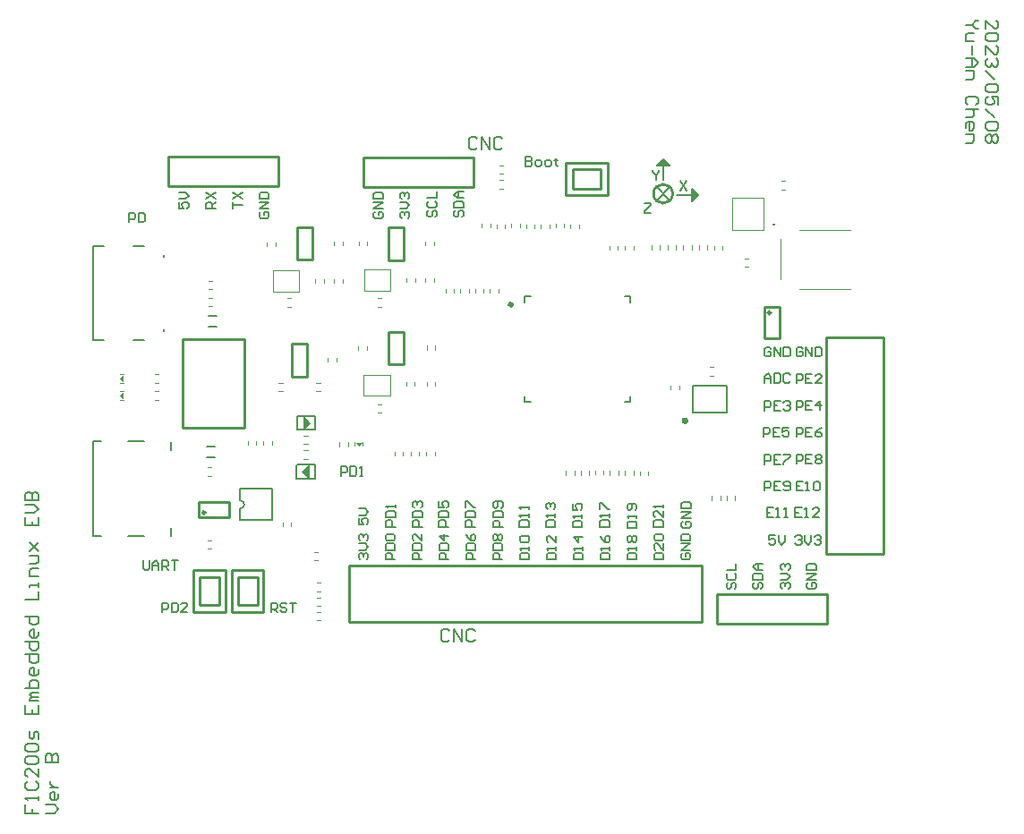
<source format=gto>
G04 Layer_Color=65535*
%FSLAX44Y44*%
%MOMM*%
G71*
G01*
G75*
%ADD38C,0.2000*%
%ADD41C,0.2540*%
%ADD45C,0.4000*%
%ADD46C,0.2500*%
%ADD91C,0.1000*%
%ADD92C,0.1500*%
%ADD93C,0.1800*%
G36*
X357000Y473476D02*
X354460Y476016D01*
X359540D01*
X357000Y473476D01*
D02*
G37*
G36*
X309540Y442500D02*
X303040Y449000D01*
X309540Y455500D01*
Y442500D01*
D02*
G37*
G36*
X310960Y495000D02*
X304460Y488500D01*
Y501500D01*
X310960Y495000D01*
D02*
G37*
G36*
X134016Y534460D02*
X131476Y537000D01*
X134016Y539540D01*
Y534460D01*
D02*
G37*
G36*
Y518460D02*
X131476Y521000D01*
X134016Y523540D01*
Y518460D01*
D02*
G37*
D38*
X950195Y868003D02*
Y876000D01*
X958193Y868003D01*
X960192D01*
X962191Y870002D01*
Y874001D01*
X960192Y876000D01*
Y864004D02*
X962191Y862004D01*
Y858006D01*
X960192Y856006D01*
X952195D01*
X950195Y858006D01*
Y862004D01*
X952195Y864004D01*
X960192D01*
X950195Y844010D02*
Y852008D01*
X958193Y844010D01*
X960192D01*
X962191Y846010D01*
Y850008D01*
X960192Y852008D01*
Y840012D02*
X962191Y838012D01*
Y834014D01*
X960192Y832014D01*
X958193D01*
X956193Y834014D01*
Y836013D01*
Y834014D01*
X954194Y832014D01*
X952195D01*
X950195Y834014D01*
Y838012D01*
X952195Y840012D01*
X950195Y828016D02*
X958193Y820018D01*
X960192Y816019D02*
X962191Y814020D01*
Y810021D01*
X960192Y808022D01*
X952195D01*
X950195Y810021D01*
Y814020D01*
X952195Y816019D01*
X960192D01*
X962191Y796026D02*
Y804023D01*
X956193D01*
X958193Y800025D01*
Y798025D01*
X956193Y796026D01*
X952195D01*
X950195Y798025D01*
Y802024D01*
X952195Y804023D01*
X950195Y792027D02*
X958193Y784030D01*
X960192Y780031D02*
X962191Y778032D01*
Y774033D01*
X960192Y772034D01*
X952195D01*
X950195Y774033D01*
Y778032D01*
X952195Y780031D01*
X960192D01*
Y768035D02*
X962191Y766036D01*
Y762037D01*
X960192Y760038D01*
X958193D01*
X956193Y762037D01*
X954194Y760038D01*
X952195D01*
X950195Y762037D01*
Y766036D01*
X952195Y768035D01*
X954194D01*
X956193Y766036D01*
X958193Y768035D01*
X960192D01*
X956193Y766036D02*
Y762037D01*
X942996Y876000D02*
X940997D01*
X936998Y872001D01*
X940997Y868003D01*
X942996D01*
X936998Y872001D02*
X931000D01*
X938997Y864004D02*
X932999D01*
X931000Y862004D01*
Y856006D01*
X938997D01*
X936998Y852008D02*
Y844010D01*
X931000Y840012D02*
X938997D01*
X942996Y836013D01*
X938997Y832014D01*
X931000D01*
X936998D01*
Y840012D01*
X931000Y828016D02*
X938997D01*
Y822018D01*
X936998Y820018D01*
X931000D01*
X940997Y796026D02*
X942996Y798025D01*
Y802024D01*
X940997Y804023D01*
X932999D01*
X931000Y802024D01*
Y798025D01*
X932999Y796026D01*
X942996Y792027D02*
X931000D01*
X936998D01*
X938997Y790028D01*
Y786029D01*
X936998Y784030D01*
X931000D01*
Y774033D02*
Y778032D01*
X932999Y780031D01*
X936998D01*
X938997Y778032D01*
Y774033D01*
X936998Y772034D01*
X934999D01*
Y780031D01*
X931000Y768035D02*
X938997D01*
Y762037D01*
X936998Y760038D01*
X931000D01*
X41809Y133997D02*
Y126000D01*
X47807D01*
Y129999D01*
Y126000D01*
X53805D01*
Y137996D02*
Y141995D01*
Y139995D01*
X41809D01*
X43808Y137996D01*
Y155990D02*
X41809Y153991D01*
Y149992D01*
X43808Y147993D01*
X51805D01*
X53805Y149992D01*
Y153991D01*
X51805Y155990D01*
X53805Y167986D02*
Y159989D01*
X45807Y167986D01*
X43808D01*
X41809Y165987D01*
Y161988D01*
X43808Y159989D01*
Y171985D02*
X41809Y173985D01*
Y177983D01*
X43808Y179982D01*
X51805D01*
X53805Y177983D01*
Y173985D01*
X51805Y171985D01*
X43808D01*
Y183981D02*
X41809Y185981D01*
Y189979D01*
X43808Y191979D01*
X51805D01*
X53805Y189979D01*
Y185981D01*
X51805Y183981D01*
X43808D01*
X53805Y195977D02*
Y201975D01*
X51805Y203975D01*
X49806Y201975D01*
Y197977D01*
X47807Y195977D01*
X45807Y197977D01*
Y203975D01*
X41809Y227967D02*
Y219970D01*
X53805D01*
Y227967D01*
X47807Y219970D02*
Y223968D01*
X53805Y231966D02*
X45807D01*
Y233965D01*
X47807Y235964D01*
X53805D01*
X47807D01*
X45807Y237964D01*
X47807Y239963D01*
X53805D01*
X41809Y243962D02*
X53805D01*
Y249960D01*
X51805Y251959D01*
X49806D01*
X47807D01*
X45807Y249960D01*
Y243962D01*
X53805Y261956D02*
Y257957D01*
X51805Y255958D01*
X47807D01*
X45807Y257957D01*
Y261956D01*
X47807Y263955D01*
X49806D01*
Y255958D01*
X41809Y275951D02*
X53805D01*
Y269953D01*
X51805Y267954D01*
X47807D01*
X45807Y269953D01*
Y275951D01*
X41809Y287948D02*
X53805D01*
Y281950D01*
X51805Y279950D01*
X47807D01*
X45807Y281950D01*
Y287948D01*
X53805Y297944D02*
Y293946D01*
X51805Y291946D01*
X47807D01*
X45807Y293946D01*
Y297944D01*
X47807Y299944D01*
X49806D01*
Y291946D01*
X41809Y311940D02*
X53805D01*
Y305942D01*
X51805Y303942D01*
X47807D01*
X45807Y305942D01*
Y311940D01*
X41809Y327935D02*
X53805D01*
Y335932D01*
Y339931D02*
Y343929D01*
Y341930D01*
X45807D01*
Y339931D01*
X53805Y349927D02*
X45807D01*
Y355926D01*
X47807Y357925D01*
X53805D01*
X45807Y361924D02*
X51805D01*
X53805Y363923D01*
Y369921D01*
X45807D01*
Y373920D02*
X53805Y381917D01*
X49806Y377918D01*
X45807Y381917D01*
X53805Y373920D01*
X41809Y405909D02*
Y397912D01*
X53805D01*
Y405909D01*
X47807Y397912D02*
Y401911D01*
X41809Y409908D02*
X49806D01*
X53805Y413907D01*
X49806Y417906D01*
X41809D01*
Y421904D02*
X53805D01*
Y427902D01*
X51805Y429902D01*
X49806D01*
X47807Y427902D01*
Y421904D01*
Y427902D01*
X45807Y429902D01*
X43808D01*
X41809Y427902D01*
Y421904D01*
X61004Y126000D02*
X69001D01*
X73000Y129999D01*
X69001Y133997D01*
X61004D01*
X73000Y143994D02*
Y139995D01*
X71001Y137996D01*
X67002D01*
X65003Y139995D01*
Y143994D01*
X67002Y145993D01*
X69001D01*
Y137996D01*
X65003Y149992D02*
X73000D01*
X69001D01*
X67002Y151992D01*
X65003Y153991D01*
Y155990D01*
X61004Y173985D02*
X73000D01*
Y179982D01*
X71001Y181982D01*
X69001D01*
X67002Y179982D01*
Y173985D01*
Y179982D01*
X65003Y181982D01*
X63003D01*
X61004Y179982D01*
Y173985D01*
X468997Y763997D02*
X466998Y765996D01*
X462999D01*
X461000Y763997D01*
Y755999D01*
X462999Y754000D01*
X466998D01*
X468997Y755999D01*
X472996Y754000D02*
Y765996D01*
X480993Y754000D01*
Y765996D01*
X492990Y763997D02*
X490990Y765996D01*
X486992D01*
X484992Y763997D01*
Y755999D01*
X486992Y754000D01*
X490990D01*
X492990Y755999D01*
X442997Y297997D02*
X440998Y299996D01*
X436999D01*
X435000Y297997D01*
Y289999D01*
X436999Y288000D01*
X440998D01*
X442997Y289999D01*
X446996Y288000D02*
Y299996D01*
X454994Y288000D01*
Y299996D01*
X466990Y297997D02*
X464990Y299996D01*
X460992D01*
X458992Y297997D01*
Y289999D01*
X460992Y288000D01*
X464990D01*
X466990Y289999D01*
X245000Y414190D02*
G03*
X245000Y421810I0J3810D01*
G01*
Y403000D02*
X275000D01*
X245000Y433000D02*
X275000D01*
Y403000D02*
Y433000D01*
X245000Y403000D02*
Y414190D01*
Y421810D02*
Y433000D01*
X315636Y488650D02*
Y501364D01*
X298500Y488500D02*
Y501500D01*
Y488500D02*
X315500D01*
X298500Y501500D02*
X315500D01*
X298364Y442636D02*
Y455350D01*
X315500Y442500D02*
Y455500D01*
X298500D02*
X315500D01*
X298500Y442500D02*
X315500D01*
X514000Y615000D02*
X519550D01*
X514000Y609488D02*
Y615000D01*
Y515000D02*
X519512D01*
X514000D02*
Y520550D01*
X608488Y615000D02*
X614000D01*
Y609450D02*
Y615000D01*
Y515000D02*
Y520512D01*
X608450Y515000D02*
X614000D01*
X673000Y530000D02*
X705000D01*
X673000Y505000D02*
Y530000D01*
Y505000D02*
X705000D01*
Y530000D01*
X105920Y477530D02*
X113420D01*
X105920Y388130D02*
X113420D01*
X105920D02*
Y477530D01*
X179420Y469131D02*
Y477131D01*
Y388130D02*
Y396130D01*
X138942Y477514D02*
X153942D01*
X138942Y388146D02*
X153942D01*
X645000Y725000D02*
Y745000D01*
X639000Y739000D02*
X651000D01*
X645000Y745000D02*
X651000Y739000D01*
X639000D02*
X645000Y745000D01*
X658000Y711000D02*
X678000D01*
X672000Y705000D02*
Y717000D01*
Y705000D02*
X678000Y711000D01*
X672000Y717000D02*
X678000Y711000D01*
X639000Y706000D02*
X651000Y718000D01*
X639000D02*
X651000Y706000D01*
X673000Y708000D02*
Y714000D01*
X674000Y708000D02*
Y714000D01*
X675000Y708000D02*
Y714000D01*
X642000Y740000D02*
X648000D01*
X642000Y741000D02*
X648000D01*
X642000Y742000D02*
X648000D01*
X106000Y662700D02*
X116000D01*
X106000Y573300D02*
X116000D01*
X106000D02*
Y662700D01*
X144000Y573400D02*
X154000D01*
X144000Y662700D02*
X154000D01*
X172900Y582000D02*
Y583900D01*
X173000Y652200D02*
Y654200D01*
D41*
X667634Y497234D02*
G03*
X667634Y497234I-2000J0D01*
G01*
X746984Y599398D02*
G03*
X746984Y599398I-1524J0D01*
G01*
X212126Y410460D02*
G03*
X212126Y410460I-1524J0D01*
G01*
X749684Y682840D02*
G03*
X749684Y682840I-300J0D01*
G01*
X654055Y712000D02*
G03*
X654055Y712000I-9055J0D01*
G01*
X237000Y316000D02*
Y356000D01*
X267000Y316000D02*
Y356000D01*
X237000D02*
X267000D01*
X237000Y316000D02*
X267000D01*
X242602Y322792D02*
X261144D01*
X242602D02*
Y349462D01*
X261400D01*
Y322792D02*
Y349462D01*
X201000Y316000D02*
Y356000D01*
X231000Y316000D02*
Y356000D01*
X201000D02*
X231000D01*
X201000Y316000D02*
X231000D01*
X206602Y322792D02*
X225144D01*
X206602D02*
Y349462D01*
X225400D01*
Y322792D02*
Y349462D01*
X299203Y649349D02*
Y680349D01*
X313503Y649349D02*
Y680349D01*
X299203Y649349D02*
X313503D01*
X299203Y680349D02*
X313503D01*
X385373Y550579D02*
Y581579D01*
X399673Y550579D02*
Y581579D01*
X385373Y550579D02*
X399673D01*
X385373Y581579D02*
X399673D01*
X293993Y538859D02*
Y569859D01*
X308293Y538859D02*
Y569859D01*
X293993Y538859D02*
X308293D01*
X293993Y569859D02*
X308293D01*
X385563Y649039D02*
Y680039D01*
X399863Y649039D02*
Y680039D01*
X385563Y649039D02*
X399863D01*
X385563Y680039D02*
X399863D01*
X799600Y371000D02*
Y576262D01*
X827600D01*
X799600Y371000D02*
X827600D01*
X853000D02*
Y576262D01*
X825000Y371000D02*
X853000D01*
X825000Y576262D02*
X853000D01*
X348000Y360400D02*
X681200D01*
X348000Y332400D02*
Y360400D01*
Y307000D02*
X681200D01*
X348000D02*
Y335000D01*
X681200Y307000D02*
Y335000D01*
Y332400D02*
Y360194D01*
X361430Y746530D02*
X465630D01*
Y718530D02*
Y746530D01*
X361430Y718530D02*
X465630D01*
X361430D02*
Y746530D01*
X176900Y719000D02*
Y747000D01*
Y719000D02*
X281100D01*
Y747000D01*
X176900D02*
X281100D01*
X800100Y305000D02*
Y333000D01*
X695900D02*
X800100D01*
X695900Y305000D02*
Y333000D01*
Y305000D02*
X800100D01*
X559538Y735400D02*
X586208D01*
X559538Y716602D02*
Y735400D01*
Y716602D02*
X586208D01*
Y735144D01*
X593000Y711000D02*
Y741000D01*
X553000Y711000D02*
Y741000D01*
X593000D01*
X553000Y711000D02*
X593000D01*
X190700Y490900D02*
X248700D01*
X190700D02*
Y574300D01*
X248700Y490900D02*
Y574300D01*
X190700D02*
X248656D01*
D45*
X501754Y607164D02*
G03*
X501754Y607164I-1000J0D01*
G01*
D46*
X755500Y575500D02*
Y604500D01*
X740634Y575500D02*
X755500D01*
X740500D02*
Y604500D01*
X755500D01*
X205500Y420500D02*
X234500D01*
Y405634D02*
Y420500D01*
X205500Y405500D02*
X234500D01*
X205500D02*
Y420500D01*
D91*
X317210Y336000D02*
X320760D01*
X317210Y344000D02*
X320760D01*
X315100Y365000D02*
X318650D01*
X315100Y373000D02*
X318650D01*
X305100Y475000D02*
X308650D01*
X305100Y483000D02*
X308650D01*
X305100Y461000D02*
X308650D01*
X305100Y469000D02*
X308650D01*
X304460Y488500D02*
Y501500D01*
Y488500D02*
X310960Y495000D01*
X304460Y501500D02*
X310960Y495000D01*
X309540Y442500D02*
Y455500D01*
X303040Y449000D02*
X309540Y455500D01*
X303040Y449000D02*
X309540Y442500D01*
X164350Y525000D02*
X167900D01*
X164350Y517000D02*
X167900D01*
X164350Y541000D02*
X167900D01*
X164350Y533000D02*
X167900D01*
X705000Y422350D02*
Y425900D01*
X713000Y422350D02*
Y425900D01*
X691000Y422350D02*
Y425900D01*
X699000Y422350D02*
Y425900D01*
X580760Y446300D02*
Y449850D01*
X588760Y446300D02*
Y449850D01*
X608760Y446050D02*
Y449600D01*
X616760Y446050D02*
Y449600D01*
X317120Y330130D02*
X320670D01*
X317120Y322130D02*
X320670D01*
X495490Y679600D02*
Y683150D01*
X487490Y679600D02*
Y683150D01*
X523430Y679600D02*
Y683150D01*
X515430Y679600D02*
Y683150D01*
X333760Y663320D02*
Y666870D01*
X341760Y663320D02*
Y666870D01*
X421200Y564550D02*
Y568100D01*
X429200Y564550D02*
Y568100D01*
X333760Y627760D02*
Y631310D01*
X341760Y627760D02*
Y631310D01*
X421200Y530260D02*
Y533810D01*
X429200Y530260D02*
Y533810D01*
X420120Y663010D02*
Y666560D01*
X428120Y663010D02*
Y666560D01*
X420120Y628720D02*
Y632270D01*
X428120Y628720D02*
Y632270D01*
X215030Y613340D02*
X218580D01*
X215030Y605340D02*
X218580D01*
X215030Y629850D02*
X218580D01*
X215030Y621850D02*
X218580D01*
X214350Y384000D02*
X217900D01*
X214350Y376000D02*
X217900D01*
X214350Y453000D02*
X217900D01*
X214350Y445000D02*
X217900D01*
X755692Y630918D02*
Y668918D01*
X774192Y621918D02*
X822192D01*
X774192Y677918D02*
X822192D01*
X275730Y639410D02*
X300730D01*
X275730Y619410D02*
Y639410D01*
Y619410D02*
X300730D01*
Y639410D01*
X361900Y540640D02*
X386900D01*
X361900Y520640D02*
Y540640D01*
Y520640D02*
X386900D01*
Y540640D01*
X362090Y640370D02*
X387090D01*
X362090Y620370D02*
Y640370D01*
Y620370D02*
X387090D01*
Y640370D01*
X689350Y548000D02*
X692900D01*
X689350Y540000D02*
X692900D01*
X660000Y527100D02*
Y530650D01*
X652000Y527100D02*
Y530650D01*
X602730Y446050D02*
Y449600D01*
X594730Y446050D02*
Y449600D01*
X630730Y445800D02*
Y449350D01*
X622730Y445800D02*
Y449350D01*
X317120Y316160D02*
X320670D01*
X317120Y308160D02*
X320670D01*
X473520Y679850D02*
Y683400D01*
X481520Y679850D02*
Y683400D01*
X501460Y679850D02*
Y683400D01*
X509460Y679850D02*
Y683400D01*
X565340Y679600D02*
Y683150D01*
X557340Y679600D02*
Y683150D01*
X537400Y679600D02*
Y683150D01*
X529400Y679600D02*
Y683150D01*
X543370Y679850D02*
Y683400D01*
X551370Y679850D02*
Y683400D01*
X289100Y605000D02*
X292650D01*
X289100Y613000D02*
X292650D01*
X315980Y627760D02*
Y631310D01*
X323980Y627760D02*
Y631310D01*
X270260Y662050D02*
Y665600D01*
X278260Y662050D02*
Y665600D01*
X375100Y505000D02*
X378650D01*
X375100Y513000D02*
X378650D01*
X402150Y530260D02*
Y533810D01*
X410150Y530260D02*
Y533810D01*
X356620Y563950D02*
Y567500D01*
X364620Y563950D02*
Y567500D01*
X316930Y533050D02*
X320480D01*
X316930Y525050D02*
X320480D01*
X336000Y553100D02*
Y556650D01*
X328000Y553100D02*
Y556650D01*
X281370Y533050D02*
X284920D01*
X281370Y525050D02*
X284920D01*
X375100Y605000D02*
X378650D01*
X375100Y613000D02*
X378650D01*
X402340Y628720D02*
Y632270D01*
X410340Y628720D02*
Y632270D01*
X357000Y663350D02*
Y666900D01*
X365000Y663350D02*
Y666900D01*
X679000Y659350D02*
Y662900D01*
X687000Y659350D02*
Y662900D01*
X664000Y659350D02*
Y662900D01*
X672000Y659350D02*
Y662900D01*
X649000Y659350D02*
Y662900D01*
X657000Y659350D02*
Y662900D01*
X609000Y659240D02*
Y662790D01*
X617000Y659240D02*
Y662790D01*
X594000Y659240D02*
Y662790D01*
X602000Y659240D02*
Y662790D01*
X634000Y659350D02*
Y662900D01*
X642000Y659350D02*
Y662900D01*
X490210Y725000D02*
X493760D01*
X490210Y717000D02*
X493760D01*
X490350Y739000D02*
X493900D01*
X490350Y731000D02*
X493900D01*
X722100Y643000D02*
X725650D01*
X722100Y651000D02*
X725650D01*
X701000Y659100D02*
Y662650D01*
X693000Y659100D02*
Y662650D01*
X429000Y464100D02*
Y467650D01*
X421000Y464100D02*
Y467650D01*
X414000Y464100D02*
Y467650D01*
X406000Y464100D02*
Y467650D01*
X399000Y464100D02*
Y467650D01*
X391000Y464100D02*
Y467650D01*
X575000Y446100D02*
Y449650D01*
X567000Y446100D02*
Y449650D01*
X561000Y446100D02*
Y449650D01*
X553000Y446100D02*
Y449650D01*
X439000Y618350D02*
Y621900D01*
X447000Y618350D02*
Y621900D01*
X453000Y618350D02*
Y621900D01*
X461000Y618350D02*
Y621900D01*
X467000Y618350D02*
Y621900D01*
X475000Y618350D02*
Y621900D01*
X481000Y618350D02*
Y621900D01*
X489000Y618350D02*
Y621900D01*
X710000Y678000D02*
Y708000D01*
X740000D01*
Y678000D02*
Y708000D01*
X710000Y678000D02*
X740000D01*
X131447Y537029D02*
X134016Y539598D01*
Y539540D02*
Y539598D01*
Y539540D02*
Y539598D01*
X131476Y537000D02*
X134016Y534460D01*
Y539598D01*
X131350Y533000D02*
X134900D01*
X131350Y541000D02*
X134900D01*
X131447Y521029D02*
X134016Y523598D01*
Y523540D02*
Y523598D01*
Y523540D02*
Y523598D01*
X131476Y521000D02*
X134016Y518460D01*
Y523598D01*
X131350Y517000D02*
X134900D01*
X131350Y525000D02*
X134900D01*
X354402Y476016D02*
X356971Y473447D01*
X354402Y476016D02*
X354460D01*
X354402D02*
X354460D01*
X357000Y473476D02*
X359540Y476016D01*
X354402D02*
X359540D01*
X361000Y473350D02*
Y476900D01*
X353000Y473350D02*
Y476900D01*
X339000Y473100D02*
Y476650D01*
X347000Y473100D02*
Y476650D01*
X275000Y474100D02*
Y477650D01*
X267000Y474100D02*
Y477650D01*
X252000Y474350D02*
Y477900D01*
X260000Y474350D02*
Y477900D01*
X293000Y397100D02*
Y400650D01*
X285000Y397100D02*
Y400650D01*
X757100Y724000D02*
X760650D01*
X757100Y716000D02*
X760650D01*
D92*
X215000Y596000D02*
X223000D01*
X215000Y586000D02*
X223000D01*
X213000Y473000D02*
X221000D01*
X213000Y463000D02*
X221000D01*
D93*
X493200Y396800D02*
X484203D01*
Y401298D01*
X485702Y402798D01*
X488702D01*
X490201Y401298D01*
Y396800D01*
X484203Y405797D02*
X493200D01*
Y410296D01*
X491701Y411795D01*
X485702D01*
X484203Y410296D01*
Y405797D01*
X491701Y414794D02*
X493200Y416294D01*
Y419293D01*
X491701Y420792D01*
X485702D01*
X484203Y419293D01*
Y416294D01*
X485702Y414794D01*
X487202D01*
X488702Y416294D01*
Y420792D01*
X171000Y316000D02*
Y324997D01*
X175499D01*
X176998Y323498D01*
Y320499D01*
X175499Y318999D01*
X171000D01*
X179997Y324997D02*
Y316000D01*
X184496D01*
X185995Y317500D01*
Y323498D01*
X184496Y324997D01*
X179997D01*
X194992Y316000D02*
X188994D01*
X194992Y321998D01*
Y323498D01*
X193493Y324997D01*
X190494D01*
X188994Y323498D01*
X274000Y316000D02*
Y324997D01*
X278499D01*
X279998Y323498D01*
Y320499D01*
X278499Y318999D01*
X274000D01*
X276999D02*
X279998Y316000D01*
X288995Y323498D02*
X287496Y324997D01*
X284497D01*
X282997Y323498D01*
Y321998D01*
X284497Y320499D01*
X287496D01*
X288995Y318999D01*
Y317500D01*
X287496Y316000D01*
X284497D01*
X282997Y317500D01*
X291994Y324997D02*
X297992D01*
X294993D01*
Y316000D01*
X153000Y364997D02*
Y357500D01*
X154500Y356000D01*
X157499D01*
X158998Y357500D01*
Y364997D01*
X161997Y356000D02*
Y361998D01*
X164996Y364997D01*
X167995Y361998D01*
Y356000D01*
Y360499D01*
X161997D01*
X170994Y356000D02*
Y364997D01*
X175493D01*
X176992Y363498D01*
Y360499D01*
X175493Y358999D01*
X170994D01*
X173993D02*
X176992Y356000D01*
X179991Y364997D02*
X185989D01*
X182990D01*
Y356000D01*
X140000Y685000D02*
Y693997D01*
X144499D01*
X145998Y692498D01*
Y689499D01*
X144499Y687999D01*
X140000D01*
X148997Y693997D02*
Y685000D01*
X153496D01*
X154995Y686499D01*
Y692498D01*
X153496Y693997D01*
X148997D01*
X358502Y366000D02*
X357003Y367500D01*
Y370499D01*
X358502Y371998D01*
X360002D01*
X361502Y370499D01*
Y368999D01*
Y370499D01*
X363001Y371998D01*
X364501D01*
X366000Y370499D01*
Y367500D01*
X364501Y366000D01*
X357003Y374997D02*
X363001D01*
X366000Y377996D01*
X363001Y380995D01*
X357003D01*
X358502Y383994D02*
X357003Y385494D01*
Y388493D01*
X358502Y389992D01*
X360002D01*
X361502Y388493D01*
Y386993D01*
Y388493D01*
X363001Y389992D01*
X364501D01*
X366000Y388493D01*
Y385494D01*
X364501Y383994D01*
X357003Y404998D02*
Y399000D01*
X361502D01*
X360002Y401999D01*
Y403499D01*
X361502Y404998D01*
X364501D01*
X366000Y403499D01*
Y400499D01*
X364501Y399000D01*
X357003Y407997D02*
X363001D01*
X366000Y410996D01*
X363001Y413995D01*
X357003D01*
X391400Y366000D02*
X382403D01*
Y370499D01*
X383902Y371998D01*
X386902D01*
X388401Y370499D01*
Y366000D01*
X382403Y374997D02*
X391400D01*
Y379496D01*
X389901Y380995D01*
X383902D01*
X382403Y379496D01*
Y374997D01*
X383902Y383994D02*
X382403Y385494D01*
Y388493D01*
X383902Y389992D01*
X389901D01*
X391400Y388493D01*
Y385494D01*
X389901Y383994D01*
X383902D01*
X392000Y397000D02*
X383003D01*
Y401498D01*
X384502Y402998D01*
X387501D01*
X389001Y401498D01*
Y397000D01*
X383003Y405997D02*
X392000D01*
Y410496D01*
X390500Y411995D01*
X384502D01*
X383003Y410496D01*
Y405997D01*
X392000Y414994D02*
Y417993D01*
Y416494D01*
X383003D01*
X384502Y414994D01*
X417000Y397000D02*
X408003D01*
Y401498D01*
X409502Y402998D01*
X412501D01*
X414001Y401498D01*
Y397000D01*
X408003Y405997D02*
X417000D01*
Y410496D01*
X415500Y411995D01*
X409502D01*
X408003Y410496D01*
Y405997D01*
X409502Y414994D02*
X408003Y416494D01*
Y419493D01*
X409502Y420992D01*
X411002D01*
X412501Y419493D01*
Y417993D01*
Y419493D01*
X414001Y420992D01*
X415500D01*
X417000Y419493D01*
Y416494D01*
X415500Y414994D01*
X416800Y366000D02*
X407803D01*
Y370499D01*
X409302Y371998D01*
X412301D01*
X413801Y370499D01*
Y366000D01*
X407803Y374997D02*
X416800D01*
Y379496D01*
X415300Y380995D01*
X409302D01*
X407803Y379496D01*
Y374997D01*
X416800Y389992D02*
Y383994D01*
X410802Y389992D01*
X409302D01*
X407803Y388493D01*
Y385494D01*
X409302Y383994D01*
X442000Y397000D02*
X433003D01*
Y401498D01*
X434502Y402998D01*
X437501D01*
X439001Y401498D01*
Y397000D01*
X433003Y405997D02*
X442000D01*
Y410496D01*
X440500Y411995D01*
X434502D01*
X433003Y410496D01*
Y405997D01*
Y420992D02*
Y414994D01*
X437501D01*
X436002Y417993D01*
Y419493D01*
X437501Y420992D01*
X440500D01*
X442000Y419493D01*
Y416494D01*
X440500Y414994D01*
X442200Y366000D02*
X433203D01*
Y370499D01*
X434702Y371998D01*
X437701D01*
X439201Y370499D01*
Y366000D01*
X433203Y374997D02*
X442200D01*
Y379496D01*
X440700Y380995D01*
X434702D01*
X433203Y379496D01*
Y374997D01*
X442200Y388493D02*
X433203D01*
X437701Y383994D01*
Y389992D01*
X467000Y397000D02*
X458003D01*
Y401498D01*
X459502Y402998D01*
X462501D01*
X464001Y401498D01*
Y397000D01*
X458003Y405997D02*
X467000D01*
Y410496D01*
X465500Y411995D01*
X459502D01*
X458003Y410496D01*
Y405997D01*
Y414994D02*
Y420992D01*
X459502D01*
X465500Y414994D01*
X467000D01*
X467600Y366000D02*
X458603D01*
Y370499D01*
X460102Y371998D01*
X463102D01*
X464601Y370499D01*
Y366000D01*
X458603Y374997D02*
X467600D01*
Y379496D01*
X466101Y380995D01*
X460102D01*
X458603Y379496D01*
Y374997D01*
Y389992D02*
X460102Y386993D01*
X463102Y383994D01*
X466101D01*
X467600Y385494D01*
Y388493D01*
X466101Y389992D01*
X464601D01*
X463102Y388493D01*
Y383994D01*
X493000Y366000D02*
X484003D01*
Y370499D01*
X485502Y371998D01*
X488502D01*
X490001Y370499D01*
Y366000D01*
X484003Y374997D02*
X493000D01*
Y379496D01*
X491501Y380995D01*
X485502D01*
X484003Y379496D01*
Y374997D01*
X485502Y383994D02*
X484003Y385494D01*
Y388493D01*
X485502Y389992D01*
X487002D01*
X488502Y388493D01*
X490001Y389992D01*
X491501D01*
X493000Y388493D01*
Y385494D01*
X491501Y383994D01*
X490001D01*
X488502Y385494D01*
X487002Y383994D01*
X485502D01*
X488502Y385494D02*
Y388493D01*
X509003Y397000D02*
X518000D01*
Y401498D01*
X516501Y402998D01*
X510502D01*
X509003Y401498D01*
Y397000D01*
X518000Y405997D02*
Y408996D01*
Y407497D01*
X509003D01*
X510502Y405997D01*
X518000Y413495D02*
Y416494D01*
Y414994D01*
X509003D01*
X510502Y413495D01*
X509403Y366000D02*
X518400D01*
Y370499D01*
X516900Y371998D01*
X510902D01*
X509403Y370499D01*
Y366000D01*
X518400Y374997D02*
Y377996D01*
Y376497D01*
X509403D01*
X510902Y374997D01*
Y382495D02*
X509403Y383994D01*
Y386993D01*
X510902Y388493D01*
X516900D01*
X518400Y386993D01*
Y383994D01*
X516900Y382495D01*
X510902D01*
X534003Y397000D02*
X543000D01*
Y401498D01*
X541501Y402998D01*
X535502D01*
X534003Y401498D01*
Y397000D01*
X543000Y405997D02*
Y408996D01*
Y407497D01*
X534003D01*
X535502Y405997D01*
Y413495D02*
X534003Y414994D01*
Y417993D01*
X535502Y419493D01*
X537002D01*
X538502Y417993D01*
Y416494D01*
Y417993D01*
X540001Y419493D01*
X541501D01*
X543000Y417993D01*
Y414994D01*
X541501Y413495D01*
X534803Y366000D02*
X543800D01*
Y370499D01*
X542300Y371998D01*
X536302D01*
X534803Y370499D01*
Y366000D01*
X543800Y374997D02*
Y377996D01*
Y376497D01*
X534803D01*
X536302Y374997D01*
X543800Y388493D02*
Y382495D01*
X537802Y388493D01*
X536302D01*
X534803Y386993D01*
Y383994D01*
X536302Y382495D01*
X560203Y366000D02*
X569200D01*
Y370499D01*
X567701Y371998D01*
X561702D01*
X560203Y370499D01*
Y366000D01*
X569200Y374997D02*
Y377996D01*
Y376497D01*
X560203D01*
X561702Y374997D01*
X569200Y386993D02*
X560203D01*
X564701Y382495D01*
Y388493D01*
X559488Y396485D02*
X568485D01*
Y400984D01*
X566986Y402483D01*
X560988D01*
X559488Y400984D01*
Y396485D01*
X568485Y405482D02*
Y408481D01*
Y406982D01*
X559488D01*
X560988Y405482D01*
X559488Y418978D02*
Y412980D01*
X563987D01*
X562487Y415979D01*
Y417478D01*
X563987Y418978D01*
X566986D01*
X568485Y417478D01*
Y414479D01*
X566986Y412980D01*
X585603Y366000D02*
X594600D01*
Y370499D01*
X593101Y371998D01*
X587102D01*
X585603Y370499D01*
Y366000D01*
X594600Y374997D02*
Y377996D01*
Y376497D01*
X585603D01*
X587102Y374997D01*
X585603Y388493D02*
X587102Y385494D01*
X590102Y382495D01*
X593101D01*
X594600Y383994D01*
Y386993D01*
X593101Y388493D01*
X591601D01*
X590102Y386993D01*
Y382495D01*
X585003Y397000D02*
X594000D01*
Y401498D01*
X592500Y402998D01*
X586502D01*
X585003Y401498D01*
Y397000D01*
X594000Y405997D02*
Y408996D01*
Y407497D01*
X585003D01*
X586502Y405997D01*
X585003Y413495D02*
Y419493D01*
X586502D01*
X592500Y413495D01*
X594000D01*
X611003Y366000D02*
X620000D01*
Y370499D01*
X618501Y371998D01*
X612502D01*
X611003Y370499D01*
Y366000D01*
X620000Y374997D02*
Y377996D01*
Y376497D01*
X611003D01*
X612502Y374997D01*
Y382495D02*
X611003Y383994D01*
Y386993D01*
X612502Y388493D01*
X614002D01*
X615502Y386993D01*
X617001Y388493D01*
X618501D01*
X620000Y386993D01*
Y383994D01*
X618501Y382495D01*
X617001D01*
X615502Y383994D01*
X614002Y382495D01*
X612502D01*
X615502Y383994D02*
Y386993D01*
X611003Y396000D02*
X620000D01*
Y400499D01*
X618501Y401998D01*
X612502D01*
X611003Y400499D01*
Y396000D01*
X620000Y404997D02*
Y407996D01*
Y406497D01*
X611003D01*
X612502Y404997D01*
X618501Y412495D02*
X620000Y413994D01*
Y416993D01*
X618501Y418493D01*
X612502D01*
X611003Y416993D01*
Y413994D01*
X612502Y412495D01*
X614002D01*
X615502Y413994D01*
Y418493D01*
X636403Y366000D02*
X645400D01*
Y370499D01*
X643901Y371998D01*
X637902D01*
X636403Y370499D01*
Y366000D01*
X645400Y380995D02*
Y374997D01*
X639402Y380995D01*
X637902D01*
X636403Y379496D01*
Y376497D01*
X637902Y374997D01*
Y383994D02*
X636403Y385494D01*
Y388493D01*
X637902Y389992D01*
X643901D01*
X645400Y388493D01*
Y385494D01*
X643901Y383994D01*
X637902D01*
X636003Y397000D02*
X645000D01*
Y401498D01*
X643501Y402998D01*
X637502D01*
X636003Y401498D01*
Y397000D01*
X645000Y411995D02*
Y405997D01*
X639002Y411995D01*
X637502D01*
X636003Y410496D01*
Y407497D01*
X637502Y405997D01*
X645000Y414994D02*
Y417993D01*
Y416494D01*
X636003D01*
X637502Y414994D01*
X770000Y387498D02*
X771499Y388997D01*
X774499D01*
X775998Y387498D01*
Y385998D01*
X774499Y384498D01*
X772999D01*
X774499D01*
X775998Y382999D01*
Y381499D01*
X774499Y380000D01*
X771499D01*
X770000Y381499D01*
X778997Y388997D02*
Y382999D01*
X781996Y380000D01*
X784995Y382999D01*
Y388997D01*
X787994Y387498D02*
X789494Y388997D01*
X792493D01*
X793992Y387498D01*
Y385998D01*
X792493Y384498D01*
X790993D01*
X792493D01*
X793992Y382999D01*
Y381499D01*
X792493Y380000D01*
X789494D01*
X787994Y381499D01*
X750998Y388997D02*
X745000D01*
Y384498D01*
X747999Y385998D01*
X749499D01*
X750998Y384498D01*
Y381499D01*
X749499Y380000D01*
X746499D01*
X745000Y381499D01*
X753997Y388997D02*
Y382999D01*
X756996Y380000D01*
X759995Y382999D01*
Y388997D01*
X663302Y371998D02*
X661803Y370499D01*
Y367500D01*
X663302Y366000D01*
X669301D01*
X670800Y367500D01*
Y370499D01*
X669301Y371998D01*
X666301D01*
Y368999D01*
X670800Y374997D02*
X661803D01*
X670800Y380995D01*
X661803D01*
Y383994D02*
X670800D01*
Y388493D01*
X669301Y389992D01*
X663302D01*
X661803Y388493D01*
Y383994D01*
X663502Y401998D02*
X662003Y400499D01*
Y397500D01*
X663502Y396000D01*
X669501D01*
X671000Y397500D01*
Y400499D01*
X669501Y401998D01*
X666501D01*
Y398999D01*
X671000Y404997D02*
X662003D01*
X671000Y410995D01*
X662003D01*
Y413994D02*
X671000D01*
Y418493D01*
X669501Y419992D01*
X663502D01*
X662003Y418493D01*
Y413994D01*
X748998Y414997D02*
X743000D01*
Y406000D01*
X748998D01*
X743000Y410499D02*
X745999D01*
X751997Y406000D02*
X754996D01*
X753497D01*
Y414997D01*
X751997Y413498D01*
X759495Y406000D02*
X762494D01*
X760994D01*
Y414997D01*
X759495Y413498D01*
X775998Y414997D02*
X770000D01*
Y406000D01*
X775998D01*
X770000Y410499D02*
X772999D01*
X778997Y406000D02*
X781996D01*
X780497D01*
Y414997D01*
X778997Y413498D01*
X792493Y406000D02*
X786495D01*
X792493Y411998D01*
Y413498D01*
X790993Y414997D01*
X787994D01*
X786495Y413498D01*
X776998Y439997D02*
X771000D01*
Y431000D01*
X776998D01*
X771000Y435499D02*
X773999D01*
X779997Y431000D02*
X782996D01*
X781497D01*
Y439997D01*
X779997Y438498D01*
X787495D02*
X788994Y439997D01*
X791993D01*
X793493Y438498D01*
Y432500D01*
X791993Y431000D01*
X788994D01*
X787495Y432500D01*
Y438498D01*
X741000Y431000D02*
Y439997D01*
X745499D01*
X746998Y438498D01*
Y435499D01*
X745499Y433999D01*
X741000D01*
X755995Y439997D02*
X749997D01*
Y431000D01*
X755995D01*
X749997Y435499D02*
X752996D01*
X758994Y432500D02*
X760494Y431000D01*
X763493D01*
X764992Y432500D01*
Y438498D01*
X763493Y439997D01*
X760494D01*
X758994Y438498D01*
Y436998D01*
X760494Y435499D01*
X764992D01*
X741000Y456000D02*
Y464997D01*
X745499D01*
X746998Y463498D01*
Y460499D01*
X745499Y458999D01*
X741000D01*
X755995Y464997D02*
X749997D01*
Y456000D01*
X755995D01*
X749997Y460499D02*
X752996D01*
X758994Y464997D02*
X764992D01*
Y463498D01*
X758994Y457500D01*
Y456000D01*
X771000Y456400D02*
Y465397D01*
X775499D01*
X776998Y463898D01*
Y460899D01*
X775499Y459399D01*
X771000D01*
X785995Y465397D02*
X779997D01*
Y456400D01*
X785995D01*
X779997Y460899D02*
X782996D01*
X788994Y463898D02*
X790494Y465397D01*
X793493D01*
X794992Y463898D01*
Y462398D01*
X793493Y460899D01*
X794992Y459399D01*
Y457900D01*
X793493Y456400D01*
X790494D01*
X788994Y457900D01*
Y459399D01*
X790494Y460899D01*
X788994Y462398D01*
Y463898D01*
X790494Y460899D02*
X793493D01*
X740000Y482000D02*
Y490997D01*
X744499D01*
X745998Y489498D01*
Y486498D01*
X744499Y484999D01*
X740000D01*
X754995Y490997D02*
X748997D01*
Y482000D01*
X754995D01*
X748997Y486498D02*
X751996D01*
X763992Y490997D02*
X757994D01*
Y486498D01*
X760993Y487998D01*
X762493D01*
X763992Y486498D01*
Y483499D01*
X762493Y482000D01*
X759494D01*
X757994Y483499D01*
X741000Y507000D02*
Y515997D01*
X745499D01*
X746998Y514498D01*
Y511498D01*
X745499Y509999D01*
X741000D01*
X755995Y515997D02*
X749997D01*
Y507000D01*
X755995D01*
X749997Y511498D02*
X752996D01*
X758994Y514498D02*
X760494Y515997D01*
X763493D01*
X764992Y514498D01*
Y512998D01*
X763493Y511498D01*
X761993D01*
X763493D01*
X764992Y509999D01*
Y508499D01*
X763493Y507000D01*
X760494D01*
X758994Y508499D01*
X741000Y533000D02*
Y538998D01*
X743999Y541997D01*
X746998Y538998D01*
Y533000D01*
Y537499D01*
X741000D01*
X749997Y541997D02*
Y533000D01*
X754496D01*
X755995Y534500D01*
Y540498D01*
X754496Y541997D01*
X749997D01*
X764992Y540498D02*
X763493Y541997D01*
X760494D01*
X758994Y540498D01*
Y534500D01*
X760494Y533000D01*
X763493D01*
X764992Y534500D01*
X746998Y565498D02*
X745499Y566997D01*
X742499D01*
X741000Y565498D01*
Y559500D01*
X742499Y558000D01*
X745499D01*
X746998Y559500D01*
Y562499D01*
X743999D01*
X749997Y558000D02*
Y566997D01*
X755995Y558000D01*
Y566997D01*
X758994D02*
Y558000D01*
X763493D01*
X764992Y559500D01*
Y565498D01*
X763493Y566997D01*
X758994D01*
X771000Y481800D02*
Y490797D01*
X775499D01*
X776998Y489298D01*
Y486298D01*
X775499Y484799D01*
X771000D01*
X785995Y490797D02*
X779997D01*
Y481800D01*
X785995D01*
X779997Y486298D02*
X782996D01*
X794992Y490797D02*
X791993Y489298D01*
X788994Y486298D01*
Y483299D01*
X790494Y481800D01*
X793493D01*
X794992Y483299D01*
Y484799D01*
X793493Y486298D01*
X788994D01*
X771000Y507200D02*
Y516197D01*
X775499D01*
X776998Y514698D01*
Y511698D01*
X775499Y510199D01*
X771000D01*
X785995Y516197D02*
X779997D01*
Y507200D01*
X785995D01*
X779997Y511698D02*
X782996D01*
X793493Y507200D02*
Y516197D01*
X788994Y511698D01*
X794992D01*
X771000Y532600D02*
Y541597D01*
X775499D01*
X776998Y540098D01*
Y537099D01*
X775499Y535599D01*
X771000D01*
X785995Y541597D02*
X779997D01*
Y532600D01*
X785995D01*
X779997Y537099D02*
X782996D01*
X794992Y532600D02*
X788994D01*
X794992Y538598D01*
Y540098D01*
X793493Y541597D01*
X790494D01*
X788994Y540098D01*
X776998Y565498D02*
X775499Y566997D01*
X772499D01*
X771000Y565498D01*
Y559500D01*
X772499Y558000D01*
X775499D01*
X776998Y559500D01*
Y562499D01*
X773999D01*
X779997Y558000D02*
Y566997D01*
X785995Y558000D01*
Y566997D01*
X788994D02*
Y558000D01*
X793493D01*
X794992Y559500D01*
Y565498D01*
X793493Y566997D01*
X788994D01*
X187003Y703998D02*
Y698000D01*
X191502D01*
X190002Y700999D01*
Y702498D01*
X191502Y703998D01*
X194501D01*
X196000Y702498D01*
Y699500D01*
X194501Y698000D01*
X187003Y706997D02*
X193001D01*
X196000Y709996D01*
X193001Y712995D01*
X187003D01*
X221400Y698000D02*
X212403D01*
Y702498D01*
X213902Y703998D01*
X216901D01*
X218401Y702498D01*
Y698000D01*
Y700999D02*
X221400Y703998D01*
X212403Y706997D02*
X221400Y712995D01*
X212403D02*
X221400Y706997D01*
X237803Y698000D02*
Y703998D01*
Y700999D01*
X246800D01*
X237803Y706997D02*
X246800Y712995D01*
X237803D02*
X246800Y706997D01*
X264502Y694998D02*
X263003Y693499D01*
Y690499D01*
X264502Y689000D01*
X270501D01*
X272000Y690499D01*
Y693499D01*
X270501Y694998D01*
X267502D01*
Y691999D01*
X272000Y697997D02*
X263003D01*
X272000Y703995D01*
X263003D01*
Y706994D02*
X272000D01*
Y711493D01*
X270501Y712992D01*
X264502D01*
X263003Y711493D01*
Y706994D01*
X448502Y695998D02*
X447003Y694499D01*
Y691499D01*
X448502Y690000D01*
X450002D01*
X451502Y691499D01*
Y694499D01*
X453001Y695998D01*
X454501D01*
X456000Y694499D01*
Y691499D01*
X454501Y690000D01*
X447003Y698997D02*
X456000D01*
Y703496D01*
X454501Y704995D01*
X448502D01*
X447003Y703496D01*
Y698997D01*
X456000Y707994D02*
X450002D01*
X447003Y710993D01*
X450002Y713992D01*
X456000D01*
X451502D01*
Y707994D01*
X423502Y695998D02*
X422003Y694499D01*
Y691499D01*
X423502Y690000D01*
X425002D01*
X426502Y691499D01*
Y694499D01*
X428001Y695998D01*
X429501D01*
X431000Y694499D01*
Y691499D01*
X429501Y690000D01*
X423502Y704995D02*
X422003Y703496D01*
Y700497D01*
X423502Y698997D01*
X429501D01*
X431000Y700497D01*
Y703496D01*
X429501Y704995D01*
X422003Y707994D02*
X431000D01*
Y713992D01*
X397502Y689000D02*
X396003Y690499D01*
Y693499D01*
X397502Y694998D01*
X399002D01*
X400502Y693499D01*
Y691999D01*
Y693499D01*
X402001Y694998D01*
X403501D01*
X405000Y693499D01*
Y690499D01*
X403501Y689000D01*
X396003Y697997D02*
X402001D01*
X405000Y700996D01*
X402001Y703995D01*
X396003D01*
X397502Y706994D02*
X396003Y708494D01*
Y711493D01*
X397502Y712992D01*
X399002D01*
X400502Y711493D01*
Y709993D01*
Y711493D01*
X402001Y712992D01*
X403501D01*
X405000Y711493D01*
Y708494D01*
X403501Y706994D01*
X372502Y694998D02*
X371003Y693499D01*
Y690499D01*
X372502Y689000D01*
X378501D01*
X380000Y690499D01*
Y693499D01*
X378501Y694998D01*
X375502D01*
Y691999D01*
X380000Y697997D02*
X371003D01*
X380000Y703995D01*
X371003D01*
Y706994D02*
X380000D01*
Y711493D01*
X378501Y712992D01*
X372502D01*
X371003Y711493D01*
Y706994D01*
X782502Y343998D02*
X781003Y342499D01*
Y339500D01*
X782502Y338000D01*
X788501D01*
X790000Y339500D01*
Y342499D01*
X788501Y343998D01*
X785501D01*
Y340999D01*
X790000Y346997D02*
X781003D01*
X790000Y352995D01*
X781003D01*
Y355994D02*
X790000D01*
Y360493D01*
X788501Y361992D01*
X782502D01*
X781003Y360493D01*
Y355994D01*
X757502Y338000D02*
X756003Y339500D01*
Y342499D01*
X757502Y343998D01*
X759002D01*
X760501Y342499D01*
Y340999D01*
Y342499D01*
X762001Y343998D01*
X763501D01*
X765000Y342499D01*
Y339500D01*
X763501Y338000D01*
X756003Y346997D02*
X762001D01*
X765000Y349996D01*
X762001Y352995D01*
X756003D01*
X757502Y355994D02*
X756003Y357494D01*
Y360493D01*
X757502Y361992D01*
X759002D01*
X760501Y360493D01*
Y358993D01*
Y360493D01*
X762001Y361992D01*
X763501D01*
X765000Y360493D01*
Y357494D01*
X763501Y355994D01*
X706502Y343998D02*
X705003Y342499D01*
Y339500D01*
X706502Y338000D01*
X708002D01*
X709501Y339500D01*
Y342499D01*
X711001Y343998D01*
X712501D01*
X714000Y342499D01*
Y339500D01*
X712501Y338000D01*
X706502Y352995D02*
X705003Y351496D01*
Y348497D01*
X706502Y346997D01*
X712501D01*
X714000Y348497D01*
Y351496D01*
X712501Y352995D01*
X705003Y355994D02*
X714000D01*
Y361992D01*
X731502Y343998D02*
X730003Y342499D01*
Y339500D01*
X731502Y338000D01*
X733002D01*
X734501Y339500D01*
Y342499D01*
X736001Y343998D01*
X737501D01*
X739000Y342499D01*
Y339500D01*
X737501Y338000D01*
X730003Y346997D02*
X739000D01*
Y351496D01*
X737501Y352995D01*
X731502D01*
X730003Y351496D01*
Y346997D01*
X739000Y355994D02*
X733002D01*
X730003Y358993D01*
X733002Y361992D01*
X739000D01*
X734501D01*
Y355994D01*
X661000Y723997D02*
X666998Y715000D01*
Y723997D02*
X661000Y715000D01*
X635000Y733997D02*
Y732498D01*
X637999Y729499D01*
X640998Y732498D01*
Y733997D01*
X637999Y729499D02*
Y725000D01*
X627000Y702997D02*
X632998D01*
Y701498D01*
X627000Y695499D01*
Y694000D01*
X632998D01*
X340000Y445000D02*
Y453997D01*
X344498D01*
X345998Y452498D01*
Y449498D01*
X344498Y447999D01*
X340000D01*
X348997Y453997D02*
Y445000D01*
X353496D01*
X354995Y446499D01*
Y452498D01*
X353496Y453997D01*
X348997D01*
X357994Y445000D02*
X360993D01*
X359494D01*
Y453997D01*
X357994Y452498D01*
X515000Y746997D02*
Y738000D01*
X519499D01*
X520998Y739500D01*
Y740999D01*
X519499Y742498D01*
X515000D01*
X519499D01*
X520998Y743998D01*
Y745498D01*
X519499Y746997D01*
X515000D01*
X525497Y738000D02*
X528496D01*
X529995Y739500D01*
Y742498D01*
X528496Y743998D01*
X525497D01*
X523997Y742498D01*
Y739500D01*
X525497Y738000D01*
X534494D02*
X537493D01*
X538992Y739500D01*
Y742498D01*
X537493Y743998D01*
X534494D01*
X532994Y742498D01*
Y739500D01*
X534494Y738000D01*
X543491Y745498D02*
Y743998D01*
X541991D01*
X544990D01*
X543491D01*
Y739500D01*
X544990Y738000D01*
M02*

</source>
